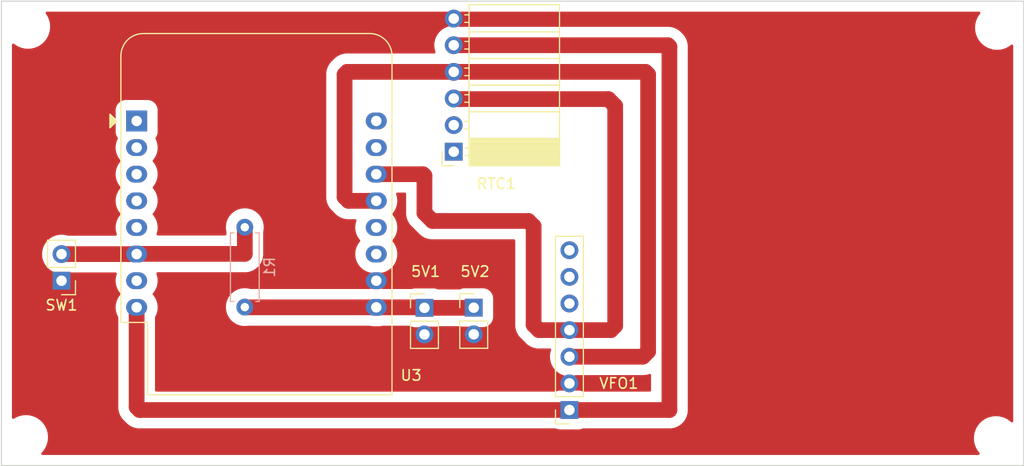
<source format=kicad_pcb>
(kicad_pcb (version 20211014) (generator pcbnew)
  (layers (0 "F.Cu" signal) (31 "B.Cu" signal) (34 "B.Paste" user) (35 "F.Paste" user) (36 "B.SilkS" user "B.Silkscreen") (37 "F.SilkS" user "F.Silkscreen") (38 "B.Mask" user) (39 "F.Mask" user) (44 "Edge.Cuts" user))
  (net 0 "")
  (net 3 "+3V3")
  (net 4 "GND")
  (net 5 "Net-(R1-Pad2)")
  (net 19 "Net-(RTC1-Pad3)")
  (net 20 "Net-(RTC1-Pad4)")
  (net 21 "+5V")
  (footprint "Connector_PinSocket_2.54mm:PinSocket_1x07_P2.54mm_Vertical" (layer "F.Cu") (at 82.12702 60.704981 180)
    (fp_text reference "VFO1" (at -4.71298 2.54) (layer "F.SilkS"))
    (fp_text value "SI5351-Module-VFO" hide)
    (fp_line (start -1.33 1.27) (end -1.33 16.57) (layer "F.SilkS") (width 0.12))
    (fp_line (start 0 -1.33) (end 1.33 -1.33) (layer "F.SilkS") (width 0.12))
    (fp_line (start -1.33 16.57) (end 1.33 16.57) (layer "F.SilkS") (width 0.12))
    (fp_line (start -1.33 1.27) (end 1.33 1.27) (layer "F.SilkS") (width 0.12))
    (fp_line (start 1.33 1.27) (end 1.33 16.57) (layer "F.SilkS") (width 0.12))
    (fp_line (start 1.33 -1.33) (end 1.33 0) (layer "F.SilkS") (width 0.12))
    (pad "1" thru_hole rect locked (at 0 0 180) (size 1.7 1.7) (drill 1) (layers *.Cu *.Mask) (net 3 "+3V3"))
    (pad "2" thru_hole oval locked (at 0 2.54 180) (size 1.7 1.7) (drill 1) (layers *.Cu *.Mask) (net 4 "GND"))
    (pad "3" thru_hole oval locked (at 0 5.08 180) (size 1.7 1.7) (drill 1) (layers *.Cu *.Mask) (net 20 "Net-(RTC1-Pad4)"))
    (pad "4" thru_hole oval locked (at 0 7.62 180) (size 1.7 1.7) (drill 1) (layers *.Cu *.Mask) (net 19 "Net-(RTC1-Pad3)"))
    (pad "5" thru_hole oval locked (at 0 10.16 180) (size 1.7 1.7) (drill 1) (layers *.Cu *.Mask))
    (pad "6" thru_hole oval locked (at 0 12.7 180) (size 1.7 1.7) (drill 1) (layers *.Cu *.Mask))
    (pad "7" thru_hole oval locked (at 0 15.24 180) (size 1.7 1.7) (drill 1) (layers *.Cu *.Mask))
  )
  (footprint "Module:WEMOS_D1_mini_light" (layer "F.Cu") (at 40.84086 33.132101)
    (fp_text reference "U3" (at 26.18714 24.27088) (layer "F.SilkS"))
    (fp_text value "WeMos_D1_mini")
    (fp_line (start -1.5 19.22) (end -1.5 -6.21) (layer "F.SilkS") (width 0.12))
    (fp_line (start 22.24 -8.34) (end 0.63 -8.34) (layer "F.SilkS") (width 0.12))
    (fp_line (start 24.36 26.12) (end 24.36 -6.21) (layer "F.SilkS") (width 0.12))
    (fp_line (start -1.5 19.22) (end 1.04 19.22) (layer "F.SilkS") (width 0.12))
    (fp_line (start 1.04 26.12) (end 24.36 26.12) (layer "F.SilkS") (width 0.12))
    (fp_line (start 1.04 19.22) (end 1.04 26.12) (layer "F.SilkS") (width 0.12))
    (fp_arc (start 22.23 -8.34) (mid 23.736137 -7.716137) (end 24.36 -6.21) (layer "F.SilkS") (width 0.12))
    (fp_arc (start -1.5 -6.21) (mid -0.876137 -7.716137) (end 0.63 -8.34) (layer "F.SilkS") (width 0.12))
    (fp_poly (pts (xy -2.54 -0.635) (xy -2.54 0.635) (xy -1.905 0)) (layer "F.SilkS") (width 0.15) (fill solid))
    (pad "1" thru_hole rect (at 0 0) (size 2 2) (drill 1) (layers *.Cu *.Mask))
    (pad "2" thru_hole oval (at 0 2.54) (size 2 1.6) (drill 1) (layers *.Cu *.Mask))
    (pad "3" thru_hole oval (at 0 5.08) (size 2 1.6) (drill 1) (layers *.Cu *.Mask))
    (pad "4" thru_hole oval (at 0 7.62) (size 2 1.6) (drill 1) (layers *.Cu *.Mask))
    (pad "5" thru_hole oval (at 0 10.16) (size 2 1.6) (drill 1) (layers *.Cu *.Mask))
    (pad "6" thru_hole oval (at 0 12.7) (size 2 1.6) (drill 1) (layers *.Cu *.Mask) (net 5 "Net-(R1-Pad2)"))
    (pad "7" thru_hole oval (at 0 15.24) (size 2 1.6) (drill 1) (layers *.Cu *.Mask))
    (pad "8" thru_hole oval (at 0 17.78) (size 2 1.6) (drill 1) (layers *.Cu *.Mask) (net 3 "+3V3"))
    (pad "9" thru_hole oval (at 22.86 17.78) (size 2 1.6) (drill 1) (layers *.Cu *.Mask) (net 21 "+5V"))
    (pad "10" thru_hole oval (at 22.86 15.24) (size 2 1.6) (drill 1) (layers *.Cu *.Mask) (net 4 "GND"))
    (pad "11" thru_hole oval (at 22.86 12.7) (size 2 1.6) (drill 1) (layers *.Cu *.Mask))
    (pad "12" thru_hole oval (at 22.86 10.16) (size 2 1.6) (drill 1) (layers *.Cu *.Mask))
    (pad "13" thru_hole oval (at 22.86 7.62) (size 2 1.6) (drill 1) (layers *.Cu *.Mask) (net 20 "Net-(RTC1-Pad4)"))
    (pad "14" thru_hole oval (at 22.86 5.08) (size 2 1.6) (drill 1) (layers *.Cu *.Mask) (net 19 "Net-(RTC1-Pad3)"))
    (pad "15" thru_hole oval (at 22.86 2.54) (size 2 1.6) (drill 1) (layers *.Cu *.Mask))
    (pad "16" thru_hole oval (at 22.86 0) (size 2 1.6) (drill 1) (layers *.Cu *.Mask))
  )
  (footprint "Connector_PinHeader_2.54mm:PinHeader_1x02_P2.54mm_Vertical" (layer "F.Cu") (at 72.9992 50.945201)
    (fp_text reference "5V2" (at 0.1248 -3.44822) (layer "F.SilkS"))
    (fp_text value "5V" hide)
    (fp_line (start -1.33 1.27) (end -1.33 3.87) (layer "F.SilkS") (width 0.12))
    (fp_line (start -1.33 1.27) (end 1.33 1.27) (layer "F.SilkS") (width 0.12))
    (fp_line (start -1.33 -1.33) (end 0 -1.33) (layer "F.SilkS") (width 0.12))
    (fp_line (start -1.33 3.87) (end 1.33 3.87) (layer "F.SilkS") (width 0.12))
    (fp_line (start -1.33 0) (end -1.33 -1.33) (layer "F.SilkS") (width 0.12))
    (fp_line (start 1.33 1.27) (end 1.33 3.87) (layer "F.SilkS") (width 0.12))
    (pad "1" thru_hole rect locked (at 0 0) (size 1.7 1.7) (drill 1) (layers *.Cu *.Mask) (net 21 "+5V"))
    (pad "2" thru_hole oval locked (at 0 2.54) (size 1.7 1.7) (drill 1) (layers *.Cu *.Mask) (net 4 "GND"))
  )
  (footprint "Connector_PinSocket_2.54mm:PinSocket_1x06_P2.54mm_Horizontal" (layer "F.Cu") (at 71.092 36.066981 180)
    (fp_text reference "RTC1" (at -4.064 -3.048) (layer "F.SilkS"))
    (fp_text value "RTC_DS3231_Inverted" hide)
    (fp_line (start -10.09 -0.147145) (end -1.46 -0.147145) (layer "F.SilkS") (width 0.12))
    (fp_line (start -10.09 -1.33) (end -10.09 14.03) (layer "F.SilkS") (width 0.12))
    (fp_line (start -1.46 2.9) (end -1.05 2.9) (layer "F.SilkS") (width 0.12))
    (fp_line (start -1.46 7.98) (end -1.05 7.98) (layer "F.SilkS") (width 0.12))
    (fp_line (start -1.46 5.44) (end -1.05 5.44) (layer "F.SilkS") (width 0.12))
    (fp_line (start -1.46 0.36) (end -1.11 0.36) (layer "F.SilkS") (width 0.12))
    (fp_line (start -10.09 -1.091905) (end -1.46 -1.091905) (layer "F.SilkS") (width 0.12))
    (fp_line (start -10.09 0.91571) (end -1.46 0.91571) (layer "F.SilkS") (width 0.12))
    (fp_line (start -10.09 0.325235) (end -1.46 0.325235) (layer "F.SilkS") (width 0.12))
    (fp_line (start 1.11 -1.33) (end 1.11 0) (layer "F.SilkS") (width 0.12))
    (fp_line (start -10.09 0.67952) (end -1.46 0.67952) (layer "F.SilkS") (width 0.12))
    (fp_line (start -1.46 9.8) (end -1.05 9.8) (layer "F.SilkS") (width 0.12))
    (fp_line (start -1.46 12.34) (end -1.05 12.34) (layer "F.SilkS") (width 0.12))
    (fp_line (start -10.09 -0.02905) (end -1.46 -0.02905) (layer "F.SilkS") (width 0.12))
    (fp_line (start -10.09 -1.21) (end -1.46 -1.21) (layer "F.SilkS") (width 0.12))
    (fp_line (start -10.09 8.89) (end -1.46 8.89) (layer "F.SilkS") (width 0.12))
    (fp_line (start -10.09 1.1519) (end -1.46 1.1519) (layer "F.SilkS") (width 0.12))
    (fp_line (start -10.09 -1.33) (end -1.46 -1.33) (layer "F.SilkS") (width 0.12))
    (fp_line (start -10.09 -0.73762) (end -1.46 -0.73762) (layer "F.SilkS") (width 0.12))
    (fp_line (start -10.09 11.43) (end -1.46 11.43) (layer "F.SilkS") (width 0.12))
    (fp_line (start -10.09 14.03) (end -1.46 14.03) (layer "F.SilkS") (width 0.12))
    (fp_line (start -10.09 -0.26524) (end -1.46 -0.26524) (layer "F.SilkS") (width 0.12))
    (fp_line (start -10.09 -0.383335) (end -1.46 -0.383335) (layer "F.SilkS") (width 0.12))
    (fp_line (start -1.46 -0.36) (end -1.11 -0.36) (layer "F.SilkS") (width 0.12))
    (fp_line (start -10.09 0.44333) (end -1.46 0.44333) (layer "F.SilkS") (width 0.12))
    (fp_line (start -1.46 7.26) (end -1.05 7.26) (layer "F.SilkS") (width 0.12))
    (fp_line (start -1.46 13.06) (end -1.05 13.06) (layer "F.SilkS") (width 0.12))
    (fp_line (start -10.09 1.27) (end -1.46 1.27) (layer "F.SilkS") (width 0.12))
    (fp_line (start -1.46 10.52) (end -1.05 10.52) (layer "F.SilkS") (width 0.12))
    (fp_line (start -1.46 -1.33) (end -1.46 14.03) (layer "F.SilkS") (width 0.12))
    (fp_line (start -10.09 -0.97381) (end -1.46 -0.97381) (layer "F.SilkS") (width 0.12))
    (fp_line (start -10.09 0.20714) (end -1.46 0.20714) (layer "F.SilkS") (width 0.12))
    (fp_line (start -10.09 3.81) (end -1.46 3.81) (layer "F.SilkS") (width 0.12))
    (fp_line (start -1.46 2.18) (end -1.05 2.18) (layer "F.SilkS") (width 0.12))
    (fp_line (start -1.46 4.72) (end -1.05 4.72) (layer "F.SilkS") (width 0.12))
    (fp_line (start -10.09 -0.50143) (end -1.46 -0.50143) (layer "F.SilkS") (width 0.12))
    (fp_line (start -10.09 0.561425) (end -1.46 0.561425) (layer "F.SilkS") (width 0.12))
    (fp_line (start -10.09 -0.619525) (end -1.46 -0.619525) (layer "F.SilkS") (width 0.12))
    (fp_line (start -10.09 1.033805) (end -1.46 1.033805) (layer "F.SilkS") (width 0.12))
    (fp_line (start -10.09 0.797615) (end -1.46 0.797615) (layer "F.SilkS") (width 0.12))
    (fp_line (start -10.09 6.35) (end -1.46 6.35) (layer "F.SilkS") (width 0.12))
    (fp_line (start -10.09 -0.855715) (end -1.46 -0.855715) (layer "F.SilkS") (width 0.12))
    (fp_line (start -10.09 0.089045) (end -1.46 0.089045) (layer "F.SilkS") (width 0.12))
    (fp_line (start 0 -1.33) (end 1.11 -1.33) (layer "F.SilkS") (width 0.12))
    (pad "1" thru_hole rect locked (at 0 0 180) (size 1.7 1.7) (drill 1) (layers *.Cu *.Mask))
    (pad "2" thru_hole oval locked (at 0 2.54 180) (size 1.7 1.7) (drill 1) (layers *.Cu *.Mask))
    (pad "3" thru_hole oval locked (at 0 5.08 180) (size 1.7 1.7) (drill 1) (layers *.Cu *.Mask) (net 19 "Net-(RTC1-Pad3)"))
    (pad "4" thru_hole oval locked (at 0 7.62 180) (size 1.7 1.7) (drill 1) (layers *.Cu *.Mask) (net 20 "Net-(RTC1-Pad4)"))
    (pad "5" thru_hole oval locked (at 0 10.16 180) (size 1.7 1.7) (drill 1) (layers *.Cu *.Mask) (net 3 "+3V3"))
    (pad "6" thru_hole oval locked (at 0 12.7 180) (size 1.7 1.7) (drill 1) (layers *.Cu *.Mask) (net 4 "GND"))
  )
  (footprint "Connector_PinHeader_2.54mm:PinHeader_1x02_P2.54mm_Vertical" (layer "F.Cu") (at 33.674 48.374981 180)
    (fp_text reference "SW1" (at 0 -2.33) (layer "F.SilkS"))
    (fp_text value "SW_SPST")
    (fp_line (start -1.33 1.27) (end -1.33 3.87) (layer "F.SilkS") (width 0.12))
    (fp_line (start -1.33 3.87) (end 1.33 3.87) (layer "F.SilkS") (width 0.12))
    (fp_line (start -1.33 0) (end -1.33 -1.33) (layer "F.SilkS") (width 0.12))
    (fp_line (start -1.33 -1.33) (end 0 -1.33) (layer "F.SilkS") (width 0.12))
    (fp_line (start -1.33 1.27) (end 1.33 1.27) (layer "F.SilkS") (width 0.12))
    (fp_line (start 1.33 1.27) (end 1.33 3.87) (layer "F.SilkS") (width 0.12))
    (pad "1" thru_hole rect locked (at 0 0 180) (size 1.7 1.7) (drill 1) (layers *.Cu *.Mask) (net 4 "GND"))
    (pad "2" thru_hole oval locked (at 0 2.54 180) (size 1.7 1.7) (drill 1) (layers *.Cu *.Mask) (net 5 "Net-(R1-Pad2)"))
  )
  (footprint "Connector_PinHeader_2.54mm:PinHeader_1x02_P2.54mm_Vertical" (layer "F.Cu") (at 68.298 50.957901)
    (fp_text reference "5V1" (at 0.1121 -3.46092 180) (layer "F.SilkS"))
    (fp_text value "5V" hide)
    (fp_line (start -1.33 1.27) (end 1.33 1.27) (layer "F.SilkS") (width 0.12))
    (fp_line (start -1.33 0) (end -1.33 -1.33) (layer "F.SilkS") (width 0.12))
    (fp_line (start -1.33 3.87) (end 1.33 3.87) (layer "F.SilkS") (width 0.12))
    (fp_line (start 1.33 1.27) (end 1.33 3.87) (layer "F.SilkS") (width 0.12))
    (fp_line (start -1.33 1.27) (end -1.33 3.87) (layer "F.SilkS") (width 0.12))
    (fp_line (start -1.33 -1.33) (end 0 -1.33) (layer "F.SilkS") (width 0.12))
    (pad "1" thru_hole rect locked (at 0 0) (size 1.7 1.7) (drill 1) (layers *.Cu *.Mask) (net 21 "+5V"))
    (pad "2" thru_hole oval locked (at 0 2.54) (size 1.7 1.7) (drill 1) (layers *.Cu *.Mask) (net 4 "GND"))
  )
  (footprint "MountingHole:MountingHole_2.2mm_M2" (layer "F.Cu") (at 122.93 24.24)
    (fp_text reference "H2" hide)
    (fp_text value "MountingHole" hide)
    (pad "" np_thru_hole circle (at 0 0) (size 2.2 2.2) (drill 2.2) (layers *.Cu *.Mask))
  )
  (footprint "MountingHole:MountingHole_2.2mm_M2" (layer "F.Cu") (at 30.28 63.3)
    (fp_text reference "H3" hide)
    (fp_text value "MountingHole" hide)
    (pad "" np_thru_hole circle (at 0 0) (size 2.2 2.2) (drill 2.2) (layers *.Cu *.Mask))
  )
  (footprint "MountingHole:MountingHole_2.2mm_M2" (layer "F.Cu") (at 30.48 24.14)
    (fp_text reference "H1" hide)
    (fp_text value "MountingHole" hide)
    (pad "" np_thru_hole circle (at 0 0) (size 2.2 2.2) (drill 2.2) (layers *.Cu *.Mask))
  )
  (footprint "MountingHole:MountingHole_2.2mm_M2" (layer "F.Cu") (at 122.82 63.4)
    (fp_text reference "H4" hide)
    (fp_text value "MountingHole" hide)
    (pad "" np_thru_hole circle (at 0 0) (size 2.2 2.2) (drill 2.2) (layers *.Cu *.Mask))
  )
  (footprint "Resistor_THT:R_Axial_DIN0207_L6.3mm_D2.5mm_P7.62mm_Horizontal" (layer "B.Cu") (at 51.16 50.89 90)
    (fp_text reference "R1" (at 3.81 2.37 90) (layer "B.SilkS") (effects (justify mirror)))
    (fp_text value "10k")
    (fp_line (start 0.54 -1.04) (end 0.54 -1.37) (layer "B.SilkS") (width 0.12))
    (fp_line (start 7.08 1.37) (end 7.08 1.04) (layer "B.SilkS") (width 0.12))
    (fp_line (start 7.08 -1.37) (end 7.08 -1.04) (layer "B.SilkS") (width 0.12))
    (fp_line (start 0.54 -1.37) (end 7.08 -1.37) (layer "B.SilkS") (width 0.12))
    (fp_line (start 0.54 1.37) (end 7.08 1.37) (layer "B.SilkS") (width 0.12))
    (fp_line (start 0.54 1.04) (end 0.54 1.37) (layer "B.SilkS") (width 0.12))
    (pad "1" thru_hole circle (at 0 0 90) (size 1.6 1.6) (drill 0.8) (layers *.Cu *.Mask) (net 21 "+5V"))
    (pad "2" thru_hole oval (at 7.62 0 90) (size 1.6 1.6) (drill 0.8) (layers *.Cu *.Mask) (net 5 "Net-(R1-Pad2)"))
  )
  (gr_rect (start 27.944 21.704981) (end 125.464 65.994981) (layer "Edge.Cuts") (width 0.1) (fill none))
  (segment (start 41.12 60.704981) (end 82.12702 60.704981) (width 1.5) (layer "F.Cu") (net 3))
  (segment (start 91.666 60.704981) (end 82.12702 60.704981) (width 1.5) (layer "F.Cu") (net 3))
  (segment (start 40.84086 60.425841) (end 41.12 60.704981) (width 1.5) (layer "F.Cu") (net 3))
  (segment (start 40.84086 50.912101) (end 40.84086 60.425841) (width 1.5) (layer "F.Cu") (net 3))
  (segment (start 91.666 26.048981) (end 91.524 25.906981) (width 1.5) (layer "F.Cu") (net 3))
  (segment (start 91.666 60.704981) (end 91.666 26.048981) (width 1.5) (layer "F.Cu") (net 3))
  (segment (start 71.092 25.906981) (end 91.524 25.906981) (width 1.5) (layer "F.Cu") (net 3))
  (segment (start 72.9865 53.497901) (end 72.9992 53.485201) (width 1.5) (layer "F.Cu") (net 4))
  (segment (start 63.70476 48.368201) (end 63.70086 48.372101) (width 1.5) (layer "F.Cu") (net 4))
  (segment (start 68.298 53.497901) (end 72.9865 53.497901) (width 1.5) (layer "F.Cu") (net 4))
  (segment (start 40.862961 45.81) (end 40.84086 45.832101) (width 1.5) (layer "F.Cu") (net 5))
  (segment (start 51.16 43.27) (end 51.16 45.81) (width 1.5) (layer "F.Cu") (net 5))
  (segment (start 51.16 45.81) (end 40.862961 45.81) (width 1.5) (layer "F.Cu") (net 5))
  (segment (start 40.84086 45.832101) (end 33.67688 45.832101) (width 1.5) (layer "F.Cu") (net 5))
  (segment (start 71.29876 31.045441) (end 85.84246 31.045441) (width 1.5) (layer "F.Cu") (net 19))
  (segment (start 68.298 41.908981) (end 69.06 42.670981) (width 1.5) (layer "F.Cu") (net 19))
  (segment (start 86.078 53.084981) (end 82.12702 53.084981) (width 1.5) (layer "F.Cu") (net 19))
  (segment (start 86.494 52.668981) (end 86.078 53.084981) (width 1.5) (layer "F.Cu") (net 19))
  (segment (start 68.15712 38.212101) (end 68.298 38.352981) (width 1.5) (layer "F.Cu") (net 19))
  (segment (start 85.84246 31.045441) (end 86.494 31.696981) (width 1.5) (layer "F.Cu") (net 19))
  (segment (start 78.204 42.670981) (end 78.712 43.178981) (width 1.5) (layer "F.Cu") (net 19))
  (segment (start 78.712 43.178981) (end 78.712 52.576981) (width 1.5) (layer "F.Cu") (net 19))
  (segment (start 86.494 31.696981) (end 86.494 52.668981) (width 1.5) (layer "F.Cu") (net 19))
  (segment (start 68.298 38.352981) (end 68.298 41.908981) (width 1.5) (layer "F.Cu") (net 19))
  (segment (start 79.22 53.084981) (end 82.12702 53.084981) (width 1.5) (layer "F.Cu") (net 19))
  (segment (start 78.712 52.576981) (end 79.22 53.084981) (width 1.5) (layer "F.Cu") (net 19))
  (segment (start 69.06 42.670981) (end 78.204 42.670981) (width 1.5) (layer "F.Cu") (net 19))
  (segment (start 63.70086 38.212101) (end 68.15712 38.212101) (width 1.5) (layer "F.Cu") (net 19))
  (segment (start 71.092 28.446981) (end 89.38 28.446981) (width 1.5) (layer "F.Cu") (net 20))
  (segment (start 89.634 55.116981) (end 89.126 55.624981) (width 1.5) (layer "F.Cu") (net 20))
  (segment (start 89.38 28.446981) (end 89.634 28.700981) (width 1.5) (layer "F.Cu") (net 20))
  (segment (start 60.678 40.384981) (end 60.678 28.700981) (width 1.5) (layer "F.Cu") (net 20))
  (segment (start 60.932 28.446981) (end 71.092 28.446981) (width 1.5) (layer "F.Cu") (net 20))
  (segment (start 61.04512 40.752101) (end 60.678 40.384981) (width 1.5) (layer "F.Cu") (net 20))
  (segment (start 89.634 28.700981) (end 89.634 55.116981) (width 1.5) (layer "F.Cu") (net 20))
  (segment (start 60.678 28.700981) (end 60.932 28.446981) (width 1.5) (layer "F.Cu") (net 20))
  (segment (start 63.70086 40.752101) (end 61.04512 40.752101) (width 1.5) (layer "F.Cu") (net 20))
  (segment (start 89.126 55.624981) (end 82.12702 55.624981) (width 1.5) (layer "F.Cu") (net 20))
  (segment (start 63.70086 50.912101) (end 51.182101 50.912101) (width 1.5) (layer "F.Cu") (net 21))
  (segment (start 68.2522 50.912101) (end 68.298 50.957901) (width 1.5) (layer "F.Cu") (net 21))
  (segment (start 68.298 50.957901) (end 72.9865 50.957901) (width 1.5) (layer "F.Cu") (net 21))
  (segment (start 72.9865 50.957901) (end 72.9992 50.945201) (width 1.5) (layer "F.Cu") (net 21))
  (segment (start 51.182101 50.912101) (end 51.16 50.89) (width 1.5) (layer "F.Cu") (net 21))
  (segment (start 63.70086 50.912101) (end 68.2522 50.912101) (width 1.5) (layer "F.Cu") (net 21))
  (zone (net 4) (net_name "GND") (layer "F.Cu") (connect_pads yes (clearance 1)) (min_thickness 0.254) (fill yes (thermal_gap 0.508) (thermal_bridge_width 0.508))
    (polygon (pts (xy 125.46 65.89) (xy 27.94 65.89) (xy 27.94 21.71) (xy 125.46 21.71)))
  )
)
</source>
